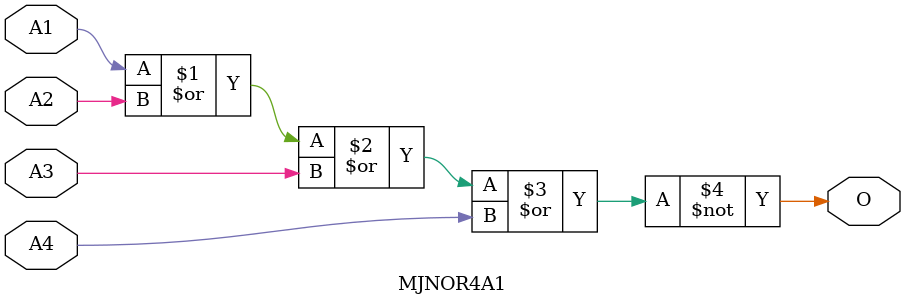
<source format=v>
module MJNOR4A1(A1, A2, A3, A4, O);
input   A1;
input   A2;
input   A3;
input   A4;
output  O;
nor g0(O, A1, A2, A3, A4);
endmodule
</source>
